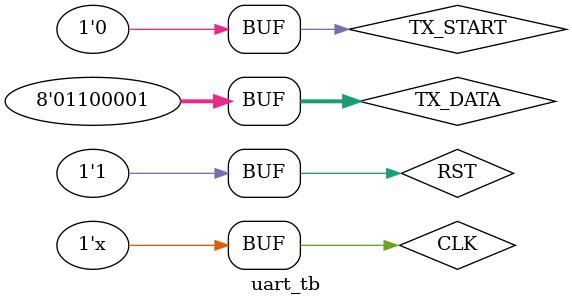
<source format=v>
    `timescale 1us / 1ns

module uart_tb;

    // Parameters
    parameter CLK_FREQ = 50000000;
    parameter BAUD     = 9600;
    parameter BAUD_DIV = CLK_FREQ / BAUD;
    parameter CLK_PERIOD = 0.02; // 50MHz => 20ns clock
    parameter BIT_DURATION = 104.167; // 1/(baud rate) 

    // Clock and Reset
    reg CLK = 0;
    reg RST = 0;

    // Wires between UART0 (TX) and UART1 (RX)
    wire TX_LINE;
    wire [7:0] RX_DATA;

    // TX control
    reg TX_START = 0;
    reg [7:0] TX_DATA;

    // UART TX
    uart #(
        .CLK_FREQ(CLK_FREQ),
        .BAUD(BAUD)
    ) uartTX (
        .CLK(CLK),
        .RST(RST),
        .RX(),
        .TX(TX_LINE),
        .TX_START(TX_START),
        .TX_DATA(TX_DATA),
        .RX_DATA()
    );


    // UART RX
    uart #(
        .CLK_FREQ(CLK_FREQ),
        .BAUD(BAUD)
    ) uartRX (
        .CLK(CLK),
        .RST(RST),
        .RX(TX_LINE),     // RX connected to TX
        .TX(),            // TX unused here
        .TX_START(1'b0),
        .TX_DATA(),
        .RX_DATA(RX_DATA)
    );


    // Task to send data
    task send;
        input [7:0] data;
        begin
            TX_DATA = data;
            TX_START = 1;
            #(BIT_DURATION);
            TX_START = 0;
        end
    endtask

    // Clock generator
    always #(CLK_PERIOD/2) CLK = ~CLK;



    // Test logic
    initial begin
        $monitor("%c", RX_DATA);
        // Initial reset
        RST <= 0;
        #20;
        RST <= 1;

        #(BIT_DURATION);
        send("V");
        #(BIT_DURATION*11);
        send("i");
        #(BIT_DURATION*11);
        send("a");
        #(BIT_DURATION*11);
        send("s");
        #(BIT_DURATION*11);
        send("a");
        #(BIT_DURATION*11);
        send("n");
        #(BIT_DURATION*11);
        send("a");
    end





endmodule

</source>
